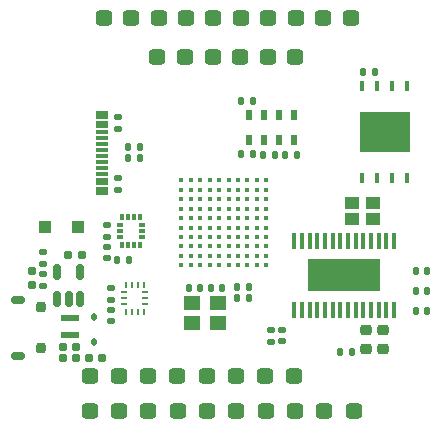
<source format=gbr>
%TF.GenerationSoftware,KiCad,Pcbnew,7.0.9*%
%TF.CreationDate,2023-12-01T13:28:00+08:00*%
%TF.ProjectId,NewSkyF7-Air,4e657753-6b79-4463-972d-4169722e6b69,rev?*%
%TF.SameCoordinates,Original*%
%TF.FileFunction,Paste,Top*%
%TF.FilePolarity,Positive*%
%FSLAX46Y46*%
G04 Gerber Fmt 4.6, Leading zero omitted, Abs format (unit mm)*
G04 Created by KiCad (PCBNEW 7.0.9) date 2023-12-01 13:28:00*
%MOMM*%
%LPD*%
G01*
G04 APERTURE LIST*
G04 Aperture macros list*
%AMRoundRect*
0 Rectangle with rounded corners*
0 $1 Rounding radius*
0 $2 $3 $4 $5 $6 $7 $8 $9 X,Y pos of 4 corners*
0 Add a 4 corners polygon primitive as box body*
4,1,4,$2,$3,$4,$5,$6,$7,$8,$9,$2,$3,0*
0 Add four circle primitives for the rounded corners*
1,1,$1+$1,$2,$3*
1,1,$1+$1,$4,$5*
1,1,$1+$1,$6,$7*
1,1,$1+$1,$8,$9*
0 Add four rect primitives between the rounded corners*
20,1,$1+$1,$2,$3,$4,$5,0*
20,1,$1+$1,$4,$5,$6,$7,0*
20,1,$1+$1,$6,$7,$8,$9,0*
20,1,$1+$1,$8,$9,$2,$3,0*%
G04 Aperture macros list end*
%ADD10RoundRect,0.325000X0.375000X-0.325000X0.375000X0.325000X-0.375000X0.325000X-0.375000X-0.325000X0*%
%ADD11RoundRect,0.147500X-0.147500X-0.172500X0.147500X-0.172500X0.147500X0.172500X-0.147500X0.172500X0*%
%ADD12RoundRect,0.140000X-0.170000X0.140000X-0.170000X-0.140000X0.170000X-0.140000X0.170000X0.140000X0*%
%ADD13RoundRect,0.225000X0.250000X-0.225000X0.250000X0.225000X-0.250000X0.225000X-0.250000X-0.225000X0*%
%ADD14RoundRect,0.135000X-0.185000X0.135000X-0.185000X-0.135000X0.185000X-0.135000X0.185000X0.135000X0*%
%ADD15C,0.400000*%
%ADD16RoundRect,0.135000X0.185000X-0.135000X0.185000X0.135000X-0.185000X0.135000X-0.185000X-0.135000X0*%
%ADD17RoundRect,0.150000X0.150000X-0.512500X0.150000X0.512500X-0.150000X0.512500X-0.150000X-0.512500X0*%
%ADD18R,0.300000X0.600000*%
%ADD19R,0.600000X0.300000*%
%ADD20RoundRect,0.140000X0.140000X0.170000X-0.140000X0.170000X-0.140000X-0.170000X0.140000X-0.170000X0*%
%ADD21R,1.140000X0.300000*%
%ADD22RoundRect,0.155000X-0.212500X-0.155000X0.212500X-0.155000X0.212500X0.155000X-0.212500X0.155000X0*%
%ADD23RoundRect,0.140000X-0.140000X-0.170000X0.140000X-0.170000X0.140000X0.170000X-0.140000X0.170000X0*%
%ADD24RoundRect,0.135000X-0.135000X-0.185000X0.135000X-0.185000X0.135000X0.185000X-0.135000X0.185000X0*%
%ADD25RoundRect,0.135000X0.135000X0.185000X-0.135000X0.185000X-0.135000X-0.185000X0.135000X-0.185000X0*%
%ADD26R,0.450000X0.950000*%
%ADD27R,4.350000X3.450000*%
%ADD28RoundRect,0.140000X0.170000X-0.140000X0.170000X0.140000X-0.170000X0.140000X-0.170000X-0.140000X0*%
%ADD29RoundRect,0.155000X0.212500X0.155000X-0.212500X0.155000X-0.212500X-0.155000X0.212500X-0.155000X0*%
%ADD30RoundRect,0.112500X-0.112500X0.187500X-0.112500X-0.187500X0.112500X-0.187500X0.112500X0.187500X0*%
%ADD31RoundRect,0.325000X-0.375000X0.325000X-0.375000X-0.325000X0.375000X-0.325000X0.375000X0.325000X0*%
%ADD32R,1.400000X1.200000*%
%ADD33R,0.450000X1.475000*%
%ADD34R,6.200000X2.750000*%
%ADD35RoundRect,0.155000X0.155000X-0.212500X0.155000X0.212500X-0.155000X0.212500X-0.155000X-0.212500X0*%
%ADD36R,1.600000X0.550000*%
%ADD37R,0.550000X0.950000*%
%ADD38RoundRect,0.250000X-0.300000X-0.300000X0.300000X-0.300000X0.300000X0.300000X-0.300000X0.300000X0*%
%ADD39RoundRect,0.150000X0.450000X-0.150000X0.450000X0.150000X-0.450000X0.150000X-0.450000X-0.150000X0*%
%ADD40RoundRect,0.200000X0.200000X-0.250000X0.200000X0.250000X-0.200000X0.250000X-0.200000X-0.250000X0*%
%ADD41R,1.150000X1.000000*%
%ADD42R,0.250000X0.475000*%
%ADD43R,0.475000X0.250000*%
G04 APERTURE END LIST*
D10*
%TO.C,J31*%
X112465714Y-95050000D03*
%TD*%
D11*
%TO.C,D4*%
X135122500Y-89490000D03*
X136092500Y-89490000D03*
%TD*%
D12*
%TO.C,C41*%
X109340000Y-87572500D03*
X109340000Y-88532500D03*
%TD*%
D13*
%TO.C,C34*%
X132360000Y-92705000D03*
X132360000Y-91155000D03*
%TD*%
D14*
%TO.C,R23*%
X109870000Y-78270000D03*
X109870000Y-79290000D03*
%TD*%
D10*
%TO.C,J22*%
X109992857Y-95050000D03*
%TD*%
D15*
%TO.C,U2*%
X115270000Y-85640000D03*
X115270000Y-84840000D03*
X115270000Y-84040000D03*
X115270000Y-83240000D03*
X115270000Y-82440000D03*
X115270000Y-81640000D03*
X115270000Y-80840000D03*
X115270000Y-80040000D03*
X115270000Y-79240000D03*
X115270000Y-78440000D03*
X116070000Y-85640000D03*
X116070000Y-84840000D03*
X116070000Y-84040000D03*
X116070000Y-83240000D03*
X116070000Y-82440000D03*
X116070000Y-81640000D03*
X116070000Y-80840000D03*
X116070000Y-80040000D03*
X116070000Y-79240000D03*
X116070000Y-78440000D03*
X116870000Y-85640000D03*
X116870000Y-84840000D03*
X116870000Y-84040000D03*
X116870000Y-83240000D03*
X116870000Y-82440000D03*
X116870000Y-81640000D03*
X116870000Y-80840000D03*
X116870000Y-80040000D03*
X116870000Y-79240000D03*
X116870000Y-78440000D03*
X117670000Y-85640000D03*
X117670000Y-84840000D03*
X117670000Y-84040000D03*
X117670000Y-83240000D03*
X117670000Y-82440000D03*
X117670000Y-81640000D03*
X117670000Y-80840000D03*
X117670000Y-80040000D03*
X117670000Y-79240000D03*
X117670000Y-78440000D03*
X118470000Y-85640000D03*
X118470000Y-84840000D03*
X118470000Y-84040000D03*
X118470000Y-83240000D03*
X118470000Y-82440000D03*
X118470000Y-81640000D03*
X118470000Y-80840000D03*
X118470000Y-80040000D03*
X118470000Y-79240000D03*
X118470000Y-78440000D03*
X119270000Y-85640000D03*
X119270000Y-84840000D03*
X119270000Y-84040000D03*
X119270000Y-83240000D03*
X119270000Y-82440000D03*
X119270000Y-81640000D03*
X119270000Y-80840000D03*
X119270000Y-80040000D03*
X119270000Y-79240000D03*
X119270000Y-78440000D03*
X120070000Y-85640000D03*
X120070000Y-84840000D03*
X120070000Y-84040000D03*
X120070000Y-83240000D03*
X120070000Y-82440000D03*
X120070000Y-81640000D03*
X120070000Y-80840000D03*
X120070000Y-80040000D03*
X120070000Y-79240000D03*
X120070000Y-78440000D03*
X120870000Y-85640000D03*
X120870000Y-84840000D03*
X120870000Y-84040000D03*
X120870000Y-83240000D03*
X120870000Y-82440000D03*
X120870000Y-81640000D03*
X120870000Y-80840000D03*
X120870000Y-80040000D03*
X120870000Y-79240000D03*
X120870000Y-78440000D03*
X121670000Y-85640000D03*
X121670000Y-84840000D03*
X121670000Y-84040000D03*
X121670000Y-83240000D03*
X121670000Y-82440000D03*
X121670000Y-81640000D03*
X121670000Y-80840000D03*
X121670000Y-80040000D03*
X121670000Y-79240000D03*
X121670000Y-78440000D03*
X122470000Y-85640000D03*
X122470000Y-84840000D03*
X122470000Y-84040000D03*
X122470000Y-83240000D03*
X122470000Y-82440000D03*
X122470000Y-81640000D03*
X122470000Y-80840000D03*
X122470000Y-80040000D03*
X122470000Y-79240000D03*
X122470000Y-78440000D03*
%TD*%
D10*
%TO.C,J14*%
X113344444Y-64700000D03*
%TD*%
%TO.C,J18*%
X122633332Y-64700000D03*
%TD*%
D16*
%TO.C,R5*%
X103540000Y-87360000D03*
X103540000Y-86340000D03*
%TD*%
D17*
%TO.C,U1*%
X104770000Y-88457500D03*
X105720000Y-88457500D03*
X106670000Y-88457500D03*
X106670000Y-86182500D03*
X104770000Y-86182500D03*
%TD*%
D18*
%TO.C,IC3*%
X111760000Y-81580000D03*
X111260000Y-81580000D03*
X110760000Y-81580000D03*
X110260000Y-81580000D03*
D19*
X110110000Y-82230000D03*
X110110000Y-82730000D03*
X110110000Y-83230000D03*
D18*
X110260000Y-83880000D03*
X110760000Y-83880000D03*
X111260000Y-83880000D03*
X111760000Y-83880000D03*
D19*
X111910000Y-83230000D03*
X111910000Y-82730000D03*
X111910000Y-82230000D03*
%TD*%
D10*
%TO.C,J5*%
X124934000Y-67980000D03*
%TD*%
D11*
%TO.C,D5*%
X135122500Y-86150000D03*
X136092500Y-86150000D03*
%TD*%
D10*
%TO.C,J30*%
X109994444Y-97980000D03*
%TD*%
%TO.C,J20*%
X107520000Y-95050000D03*
%TD*%
D20*
%TO.C,C21*%
X116890000Y-87530000D03*
X115930000Y-87530000D03*
%TD*%
D21*
%TO.C,U4*%
X108580000Y-72778250D03*
X108580000Y-73578250D03*
X108580000Y-74878250D03*
X108580000Y-75878250D03*
X108580000Y-76378250D03*
X108580000Y-77378250D03*
X108580000Y-78678250D03*
X108580000Y-79478250D03*
X108580000Y-79178250D03*
X108580000Y-78378250D03*
X108580000Y-77878250D03*
X108580000Y-76878250D03*
X108580000Y-75378250D03*
X108580000Y-74378250D03*
X108580000Y-73878250D03*
X108580000Y-73078250D03*
%TD*%
D10*
%TO.C,J12*%
X117988888Y-64700000D03*
%TD*%
%TO.C,J9*%
X129870000Y-97980000D03*
%TD*%
D16*
%TO.C,R28*%
X122860000Y-92110000D03*
X122860000Y-91090000D03*
%TD*%
D10*
%TO.C,J40*%
X124830000Y-95050000D03*
%TD*%
D22*
%TO.C,C13*%
X107452500Y-93497500D03*
X108587500Y-93497500D03*
%TD*%
D10*
%TO.C,J7*%
X120262000Y-67980000D03*
%TD*%
D23*
%TO.C,C44*%
X109840000Y-85150000D03*
X110800000Y-85150000D03*
%TD*%
D24*
%TO.C,R30*%
X124045000Y-76265000D03*
X125065000Y-76265000D03*
%TD*%
D25*
%TO.C,R19*%
X121030000Y-88440000D03*
X120010000Y-88440000D03*
%TD*%
D26*
%TO.C,IC4*%
X130610000Y-78230000D03*
X131880000Y-78230000D03*
X133150000Y-78230000D03*
X134420000Y-78230000D03*
X134420000Y-70430000D03*
X133150000Y-70430000D03*
X131880000Y-70430000D03*
X130610000Y-70430000D03*
D27*
X132515000Y-74330000D03*
%TD*%
D23*
%TO.C,C22*%
X120020000Y-87510000D03*
X120980000Y-87510000D03*
%TD*%
D28*
%TO.C,C43*%
X108940000Y-83210000D03*
X108940000Y-82250000D03*
%TD*%
D24*
%TO.C,R25*%
X110770000Y-75610000D03*
X111790000Y-75610000D03*
%TD*%
D22*
%TO.C,C7*%
X105692500Y-84760000D03*
X106827500Y-84760000D03*
%TD*%
D29*
%TO.C,C19*%
X106387500Y-92582500D03*
X105252500Y-92582500D03*
%TD*%
D30*
%TO.C,D3*%
X107900000Y-89990000D03*
X107900000Y-92090000D03*
%TD*%
D31*
%TO.C,J33*%
X111022222Y-64700000D03*
%TD*%
D29*
%TO.C,C16*%
X106387500Y-93517500D03*
X105252500Y-93517500D03*
%TD*%
D10*
%TO.C,J11*%
X120311110Y-64700000D03*
%TD*%
D12*
%TO.C,C37*%
X123800000Y-91110000D03*
X123800000Y-92070000D03*
%TD*%
D10*
%TO.C,J29*%
X107510000Y-97980000D03*
%TD*%
D24*
%TO.C,R31*%
X120330000Y-71690000D03*
X121350000Y-71690000D03*
%TD*%
D23*
%TO.C,C20*%
X117750000Y-87530000D03*
X118710000Y-87530000D03*
%TD*%
D32*
%TO.C,Y1*%
X116150000Y-90540000D03*
X118350000Y-90540000D03*
X118350000Y-88840000D03*
X116150000Y-88840000D03*
%TD*%
D10*
%TO.C,J24*%
X114963332Y-97980000D03*
%TD*%
%TO.C,J28*%
X117447776Y-97980000D03*
%TD*%
D24*
%TO.C,R29*%
X122185000Y-76265000D03*
X123205000Y-76265000D03*
%TD*%
D10*
%TO.C,J37*%
X115590000Y-67980000D03*
%TD*%
D20*
%TO.C,C32*%
X131650000Y-69230000D03*
X130690000Y-69230000D03*
%TD*%
D24*
%TO.C,R24*%
X110770000Y-76560000D03*
X111790000Y-76560000D03*
%TD*%
D10*
%TO.C,J19*%
X127385552Y-97980000D03*
%TD*%
%TO.C,J38*%
X113254000Y-67980000D03*
%TD*%
D33*
%TO.C,U5*%
X133285000Y-83542000D03*
X132635000Y-83542000D03*
X131985000Y-83542000D03*
X131335000Y-83542000D03*
X130685000Y-83542000D03*
X130035000Y-83542000D03*
X129385000Y-83542000D03*
X128735000Y-83542000D03*
X128085000Y-83542000D03*
X127435000Y-83542000D03*
X126785000Y-83542000D03*
X126135000Y-83542000D03*
X125485000Y-83542000D03*
X124835000Y-83542000D03*
X124835000Y-89418000D03*
X125485000Y-89418000D03*
X126135000Y-89418000D03*
X126785000Y-89418000D03*
X127435000Y-89418000D03*
X128085000Y-89418000D03*
X128735000Y-89418000D03*
X129385000Y-89418000D03*
X130035000Y-89418000D03*
X130685000Y-89418000D03*
X131335000Y-89418000D03*
X131985000Y-89418000D03*
X132635000Y-89418000D03*
X133285000Y-89418000D03*
D34*
X129060000Y-86480000D03*
%TD*%
D25*
%TO.C,R32*%
X121340000Y-76250000D03*
X120320000Y-76250000D03*
%TD*%
D28*
%TO.C,C42*%
X109350000Y-90360000D03*
X109350000Y-89400000D03*
%TD*%
D10*
%TO.C,J27*%
X124901108Y-97980000D03*
%TD*%
D11*
%TO.C,D6*%
X135122500Y-87820000D03*
X136092500Y-87820000D03*
%TD*%
D35*
%TO.C,C12*%
X102610000Y-87277500D03*
X102610000Y-86142500D03*
%TD*%
D10*
%TO.C,J15*%
X129600000Y-64700000D03*
%TD*%
D36*
%TO.C,L1*%
X105820000Y-90097500D03*
X105820000Y-91547500D03*
%TD*%
D10*
%TO.C,J16*%
X127277776Y-64700000D03*
%TD*%
%TO.C,J21*%
X122416664Y-97980000D03*
%TD*%
D37*
%TO.C,U8*%
X124775000Y-72890000D03*
X123525000Y-72890000D03*
X122275000Y-72890000D03*
X121025000Y-72890000D03*
X121025000Y-75040000D03*
X122275000Y-75040000D03*
X123525000Y-75040000D03*
X124775000Y-75040000D03*
%TD*%
D13*
%TO.C,C35*%
X130900000Y-92705000D03*
X130900000Y-91155000D03*
%TD*%
D10*
%TO.C,J32*%
X114938571Y-95050000D03*
%TD*%
%TO.C,J6*%
X122598000Y-67980000D03*
%TD*%
D31*
%TO.C,J34*%
X108700000Y-64700000D03*
%TD*%
D10*
%TO.C,J10*%
X119932220Y-97980000D03*
%TD*%
%TO.C,J26*%
X119884285Y-95050000D03*
%TD*%
%TO.C,J25*%
X117411428Y-95050000D03*
%TD*%
%TO.C,J8*%
X117926000Y-67980000D03*
%TD*%
D24*
%TO.C,R27*%
X128730000Y-92940000D03*
X129750000Y-92940000D03*
%TD*%
D38*
%TO.C,D7*%
X103750000Y-82360000D03*
X106550000Y-82360000D03*
%TD*%
D10*
%TO.C,J13*%
X115666666Y-64700000D03*
%TD*%
D39*
%TO.C,SW1*%
X101410000Y-93300000D03*
X101410000Y-88540000D03*
D40*
X103410000Y-92645000D03*
X103410000Y-89195000D03*
%TD*%
D41*
%TO.C,Y2*%
X131505000Y-80340000D03*
X129755000Y-80340000D03*
X129755000Y-81740000D03*
X131505000Y-81740000D03*
%TD*%
D16*
%TO.C,R22*%
X109870000Y-74090000D03*
X109870000Y-73070000D03*
%TD*%
%TO.C,R6*%
X103540000Y-85500000D03*
X103540000Y-84480000D03*
%TD*%
D42*
%TO.C,U6*%
X112070000Y-87267500D03*
X111570000Y-87267500D03*
X111070000Y-87267500D03*
X110570000Y-87267500D03*
D43*
X110407500Y-87930000D03*
X110407500Y-88430000D03*
X110407500Y-88930000D03*
D42*
X110570000Y-89592500D03*
X111070000Y-89592500D03*
X111570000Y-89592500D03*
X112070000Y-89592500D03*
D43*
X112232500Y-88930000D03*
X112232500Y-88430000D03*
X112232500Y-87930000D03*
%TD*%
D10*
%TO.C,J23*%
X112478888Y-97980000D03*
%TD*%
%TO.C,J17*%
X124955554Y-64700000D03*
%TD*%
%TO.C,J39*%
X122357142Y-95050000D03*
%TD*%
D12*
%TO.C,C45*%
X108940000Y-84070000D03*
X108940000Y-85030000D03*
%TD*%
M02*

</source>
